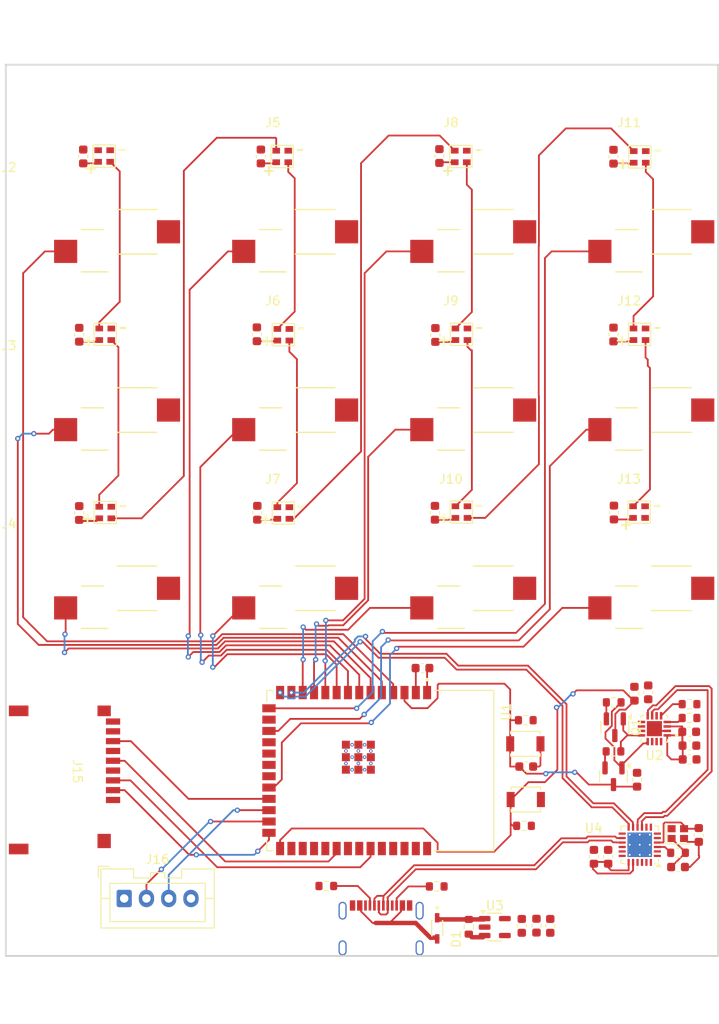
<source format=kicad_pcb>
(kicad_pcb (version 20240108) (generator "pcbnew") (generator_version "8.0")
  (layers (0 "F.Cu" signal) (31 "B.Cu" signal) (34 "B.Paste" user) (35 "F.Paste" user) (36 "B.SilkS" user "B.Silkscreen") (37 "F.SilkS" user "F.Silkscreen") (38 "B.Mask" user) (39 "F.Mask" user) (44 "Edge.Cuts" user))
  (net 0 "")
  (net 1 "Io0")
  (net 2 "GND")
  (net 3 "EN")
  (net 4 "+3.3V")
  (net 5 "+5V")
  (net 6 "Net-(Q1-B)")
  (net 7 "/DTR")
  (net 8 "/RTS")
  (net 9 "Net-(Q2-B)")
  (net 10 "TXD")
  (net 11 "Net-(U2-RXD)")
  (net 12 "RXD")
  (net 13 "Net-(U2-TXD)")
  (net 14 "Net-(J1-CC1)")
  (net 15 "Net-(J1-CC2)")
  (net 30 "Net-(C9-Pad1)")
  (net 31 "Net-(U4-XI)")
  (net 32 "Net-(U3-EN)")
  (net 33 "Net-(U4-XO)")
  (net 35 "/D-")
  (net 36 "/D+")
  (net 37 "Net-(D1-PadA)")
  (net 38 "/RGBLED")
  (net 39 "Net-(D2-do)")
  (net 40 "Net-(D3-do)")
  (net 41 "Net-(D4-do)")
  (net 42 "Net-(D5-do)")
  (net 43 "Net-(D6-do)")
  (net 44 "/RGBc")
  (net 45 "Net-(D8-do)")
  (net 46 "Net-(D10-di)")
  (net 47 "Net-(D10-do)")
  (net 48 "Net-(D11-do)")
  (net 49 "Net-(D12-do)")
  (net 53 "/BUTTON1")
  (net 54 "/BUTTON2")
  (net 55 "/BUTTON3")
  (net 56 "/BUTTON4")
  (net 57 "/BUTTON5")
  (net 58 "/BUTTON6")
  (net 59 "/BUTTON7")
  (net 60 "/BUTTON8")
  (net 61 "/BUTTON9")
  (net 62 "/BUTTON10")
  (net 63 "/BUTTON11")
  (net 64 "/BUTTON12")
  (net 65 "Net-(J16-Pin_2)")
  (net 67 "/MISO")
  (net 73 "/MOSI")
  (net 75 "Net-(J16-Pin_3)")
  (net 79 "/SD{slash}CS")
  (net 80 "/SCK")
  (net 88 "+3V3")
  (net 92 "/uartD+")
  (net 93 "/uartD-")
  (net 94 "/espD+")
  (net 95 "/espD-")
  (footprint "Crystal:Crystal_SMD_2016-4Pin_2.0x1.6mm" (layer "F.Cu") (at 263.225 120.525)
    (property "Reference" "Y1" (hide yes))
    (property "Value" "Crystal_GND24" (hide yes))
  )
  (footprint "footprints:Connector_Keyswitch_Socket_KAILH_CPG135001S30" (layer "F.Cu") (at 217.75 69.25)
    (property "Reference" "J6")
    (property "Value" "CPG135001S30")
  )
  (footprint "footprints:LED_SMD_XINGLIGHT_XL-2020RGBC-WS2812B" (layer "F.Cu") (at 218.925 84.55)
    (property "Reference" "D7" (hide yes))
    (property "Value" "RGB" (hide yes))
  )
  (footprint "Capacitor_SMD:C_0603_1608Metric" (layer "F.Cu") (at 255.4 123.125 90)
    (property "Reference" "C8" (hide yes))
    (property "Value" "1UF" (hide yes))
  )
  (footprint "footprints:LED_SMD_XINGLIGHT_XL-2020RGBC-WS2812B" (layer "F.Cu") (at 198.8 44.5)
    (property "Reference" "D2" (hide yes))
    (property "Value" "RGB" (hide yes))
  )
  (footprint "Capacitor_SMD:C_0603_1608Metric" (layer "F.Cu") (at 196.45 44.55 90)
    (property "Reference" "C13" (hide yes))
    (property "Value" "100n" (hide yes))
  )
  (footprint "Capacitor_SMD:C_0603_1608Metric" (layer "F.Cu") (at 235.95 84.525 90)
    (property "Reference" "C21" (hide yes))
    (property "Value" "100n" (hide yes))
  )
  (footprint "Capacitor_SMD:C_0603_1608Metric" (layer "F.Cu") (at 259.9 104.675 90)
    (property "Reference" "C6" (hide yes))
    (property "Value" "10uf" (hide yes))
  )
  (footprint "Package_DFN_QFN:QFN-24-1EP_4x4mm_P0.5mm_EP2.75x2.75mm_ThermalVias" (layer "F.Cu") (at 258.95 121.775 180)
    (property "Reference" "U4")
    (property "Value" "~")
  )
  (footprint "footprints:LED_SMD_XINGLIGHT_XL-2020RGBC-WS2812B" (layer "F.Cu") (at 238.925 64.5)
    (property "Reference" "D9" (hide yes))
    (property "Value" "RGB" (hide yes))
  )
  (footprint "footprints:Connector_Keyswitch_Socket_KAILH_CPG135001S30" (layer "F.Cu") (at 257.75 69.25)
    (property "Reference" "J12")
    (property "Value" "CPG135001S30")
  )
  (footprint "Capacitor_SMD:C_0603_1608Metric" (layer "F.Cu") (at 247.35 130.85 -90)
    (property "Reference" "C26" (hide yes))
    (property "Value" "10uf" (hide yes))
  )
  (footprint "footprints:Connector_Keyswitch_Socket_KAILH_CPG135001S30" (layer "F.Cu") (at 237.75 49.25)
    (property "Reference" "J8")
    (property "Value" "CPG135001S30")
  )
  (footprint "footprints:Connector_Keyswitch_Socket_KAILH_CPG135001S30" (layer "F.Cu") (at 197.75 49.25)
    (property "Reference" "J2")
    (property "Value" "CPG135001S30")
  )
  (footprint "Resistor_SMD:R_0603_1608Metric" (layer "F.Cu") (at 245.95 119.65)
    (property "Reference" "R12" (hide yes))
    (property "Value" "10k" (hide yes))
  )
  (footprint "Capacitor_SMD:C_0603_1608Metric" (layer "F.Cu") (at 196 84.55 90)
    (property "Reference" "C23" (hide yes))
    (property "Value" "100n" (hide yes))
  )
  (footprint "custom components:SOD2512X115N" (layer "F.Cu") (at 236.2 131.15 -90)
    (property "Reference" "D1")
    (property "Value" "B5819WS-TP")
  )
  (footprint "Capacitor_SMD:C_0603_1608Metric" (layer "F.Cu") (at 258.35 104.825 -90)
    (property "Reference" "C1" (hide yes))
    (property "Value" "1uf" (hide yes))
  )
  (footprint "Capacitor_SMD:C_0603_1608Metric" (layer "F.Cu") (at 264.55 112.2)
    (property "Reference" "C3" (hide yes))
    (property "Value" "100nf" (hide yes))
  )
  (footprint "Capacitor_SMD:C_0603_1608Metric" (layer "F.Cu") (at 258.65 114.475 90)
    (property "Reference" "C2" (hide yes))
    (property "Value" "4.7uf" (hide yes))
  )
  (footprint "Button_Switch_SMD:SW_SPST_B3U-1000P" (layer "F.Cu") (at 246.15 116.7 180)
    (property "Reference" "SW2" (hide yes))
    (property "Value" "SW_Push" (hide yes))
  )
  (footprint "Resistor_SMD:R_0603_1608Metric" (layer "F.Cu") (at 246.15 107.8)
    (property "Reference" "R11" (hide yes))
    (property "Value" "10k" (hide yes))
  )
  (footprint "Capacitor_SMD:C_0603_1608Metric" (layer "F.Cu") (at 264.5 109.1)
    (property "Reference" "C4" (hide yes))
    (property "Value" "100nf" (hide yes))
  )
  (footprint "Capacitor_SMD:C_0603_1608Metric" (layer "F.Cu") (at 248.9 130.875 -90)
    (property "Reference" "C25" (hide yes))
    (property "Value" "10uf" (hide yes))
  )
  (footprint "footprints:LED_SMD_XINGLIGHT_XL-2020RGBC-WS2812B" (layer "F.Cu") (at 218.925 64.55)
    (property "Reference" "D6" (hide yes))
    (property "Value" "RGB" (hide yes))
  )
  (footprint "Resistor_SMD:R_0603_1608Metric" (layer "F.Cu") (at 239.75 130.975 -90)
    (property "Reference" "R3" (hide yes))
    (property "Value" "100K" (hide yes))
  )
  (footprint "Capacitor_SMD:C_0603_1608Metric" (layer "F.Cu") (at 216 84.525 90)
    (property "Reference" "C22" (hide yes))
    (property "Value" "100n" (hide yes))
  )
  (footprint "Capacitor_SMD:C_0603_1608Metric" (layer "F.Cu") (at 215.95 64.5 90)
    (property "Reference" "C18" (hide yes))
    (property "Value" "100n" (hide yes))
  )
  (footprint "Capacitor_SMD:C_0603_1608Metric" (layer "F.Cu") (at 265.575 120.675 -90)
    (property "Reference" "C10" (hide yes))
    (property "Value" "15pf" (hide yes))
  )
  (footprint "Capacitor_SMD:C_0603_1608Metric" (layer "F.Cu") (at 256.05 84.5 90)
    (property "Reference" "C24" (hide yes))
    (property "Value" "100n" (hide yes))
  )
  (footprint "Capacitor_SMD:C_0603_1608Metric" (layer "F.Cu") (at 256 64.525 90)
    (property "Reference" "C20" (hide yes))
    (property "Value" "100n" (hide yes))
  )
  (footprint "Resistor_SMD:R_0603_1608Metric" (layer "F.Cu") (at 223.75 126.4)
    (property "Reference" "R7" (hide yes))
    (property "Value" "5k1" (hide yes))
  )
  (footprint "footprints:LED_SMD_XINGLIGHT_XL-2020RGBC-WS2812B" (layer "F.Cu") (at 238.925 84.45)
    (property "Reference" "D10" (hide yes))
    (property "Value" "RGB" (hide yes))
  )
  (footprint "footprints:LED_SMD_XINGLIGHT_XL-2020RGBC-WS2812B" (layer "F.Cu") (at 198.925 64.5)
    (property "Reference" "D3" (hide yes))
    (property "Value" "RGB" (hide yes))
  )
  (footprint "Connector_JST:JST_XA_B04B-XASK-1_1x04_P2.50mm_Vertical" (layer "F.Cu") (at 201.05 127.8)
    (property "Reference" "J16")
    (property "Value" "Conn_01x04_Pin")
  )
  (footprint "footprints:Connector_Keyswitch_Socket_KAILH_CPG135001S30" (layer "F.Cu") (at 257.75 49.25)
    (property "Reference" "J11")
    (property "Value" "CPG135001S30")
  )
  (footprint "footprints:LED_SMD_XINGLIGHT_XL-2020RGBC-WS2812B" (layer "F.Cu") (at 258.875 84.45)
    (property "Reference" "D13" (hide yes))
    (property "Value" "RGB" (hide yes))
  )
  (footprint "Resistor_SMD:R_0603_1608Metric" (layer "F.Cu") (at 264.54 106)
    (property "Reference" "R5" (hide yes))
    (property "Value" "0R" (hide yes))
  )
  (footprint "footprints:Connector_Keyswitch_Socket_KAILH_CPG135001S30" (layer "F.Cu") (at 217.75 49.25)
    (property "Reference" "J5")
    (property "Value" "CPG135001S30")
  )
  (footprint "Capacitor_SMD:C_0603_1608Metric" (layer "F.Cu") (at 253.8 123.125 90)
    (property "Reference" "C7" (hide yes))
    (property "Value" "1UF" (hide yes))
  )
  (footprint "footprints:Connector_Keyswitch_Socket_KAILH_CPG135001S30" (layer "F.Cu") (at 197.75 89.25)
    (property "Reference" "J4")
    (property "Value" "CPG135001S30")
  )
  (footprint "footprints:Connector_Keyswitch_Socket_KAILH_CPG135001S30" (layer "F.Cu") (at 257.75 89.25)
    (property "Reference" "J13")
    (property "Value" "CPG135001S30")
  )
  (footprint "custom components:QFN50P300X300X80-17N" (layer "F.Cu") (at 260.595 108.75 180)
    (property "Reference" "U2")
    (property "Value" "CH343P" (hide yes))
  )
  (footprint "custom components:XCVR_ESP32S3WROOM1N8R8" (layer "F.Cu") (at 229.81 113.45 -90)
    (property "Reference" "U1")
    (property "Value" "ESP32-S3-WROOM-1-N8R8")
  )
  (footprint "footprints:LED_SMD_XINGLIGHT_XL-2020RGBC-WS2812B" (layer "F.Cu") (at 198.925 84.5)
    (property "Reference" "D4" (hide yes))
    (property "Value" "RGB" (hide yes))
  )
  (footprint "Capacitor_SMD:C_0603_1608Metric" (layer "F.Cu") (at 196 64.55 90)
    (property "Reference" "C17" (hide yes))
    (property "Value" "100n" (hide yes))
  )
  (footprint "footprints:Connector_Keyswitch_Socket_KAILH_CPG135001S30" (layer "F.Cu") (at 197.75 69.25)
    (property "Reference" "J3")
    (property "Value" "CPG135001S30")
  )
  (footprint "footprints:LED_SMD_XINGLIGHT_XL-2020RGBC-WS2812B" (layer "F.Cu") (at 258.925 64.5)
    (property "Reference" "D12" (hide yes))
    (property "Value" "RGB" (hide yes))
  )
  (footprint "Capacitor_SMD:C_0603_1608Metric" (layer "F.Cu") (at 263.25 124.275)
    (property "Reference" "C9" (hide yes))
    (property "Value" "15pf" (hide yes))
  )
  (footprint "Package_TO_SOT_SMD:SOT-23" (layer "F.Cu") (at 256.15 108.5875 -90)
    (property "Reference" "Q1")
    (property "Value" "S8050")
  )
  (footprint "footprints:LED_SMD_XINGLIGHT_XL-2020RGBC-WS2812B" (layer "F.Cu") (at 258.95 44.6)
    (property "Reference" "D11" (hide yes))
    (property "Value" "RGB" (hide yes))
  )
  (footprint "Capacitor_SMD:C_0603_1608Metric" (layer "F.Cu") (at 236.45 44.5 90)
    (property "Reference" "C15" (hide yes))
    (property "Value" "100n" (hide yes))
  )
  (footprint "Resistor_SMD:R_0603_1608Metric" (layer "F.Cu") (at 236.15 126.45)
    (property "Reference" "R8" (hide yes))
    (property "Value" "5k1" (hide yes))
  )
  (footprint "Button_Switch_SMD:SW_SPST_B3U-1000P" (layer "F.Cu") (at 246.1 110.45 180)
    (property "Reference" "SW1" (hide yes))
    (property "Value" "SW_Push" (hide yes))
  )
  (footprint "Capacitor_SMD:C_0603_1608Metric" (layer "F.Cu") (at 246.2 113)
    (property "Reference" "C11" (hide yes))
    (property "Value" "1UF" (hide yes))
  )
  (footprint "footprints:Connector_MicroSD_G-SWITCH_GT-TF003-H0185-02" (layer "F.Cu") (at 188.8 113.55 -90)
    (property "Reference" "J15")
    (property "Value" "GT-TF003-H0185-02")
  )
  (footprint "Package_TO_SOT_SMD:SOT-23" (layer "F.Cu") (at 256 114.0875 -90)
    (property "Reference" "Q2" (hide yes))
    (property "Value" "S8050" (hide yes))
  )
  (footprint "footprints:Connector_USB-C_HANBO-ELECTRONIC_MC-126D-DG10" (layer "F.Cu") (at 229.9 135.94)
    (property "Reference" "J1" (hide yes))
    (property "Value" "MC-126D-DG10" (hide yes))
  )
  (footprint "Resistor_SMD:R_0603_1608Metric" (layer "F.Cu") (at 263.25 122.675)
    (property "Reference" "R10" (hide yes))
    (property "Value" "1k" (hide yes))
  )
  (footprint "Resistor_SMD:R_0603_1608Metric" (layer "F.Cu") (at 256 111.3)
    (property "Reference" "R1" (hide yes))
    (property "Value" "12k" (hide yes))
  )
  (footprint "footprints:Connector_Keyswitch_Socket_KAILH_CPG135001S30" (layer "F.Cu") (at 237.75 89.25)
    (property "Reference" "J10")
    (property "Value" "CPG135001S30")
  )
  (footprint "Resistor_SMD:R_0603_1608Metric" (layer "F.Cu") (at 256.025 105.8)
    (property "Reference" "R2" (hide yes))
    (property "Value" "12k" (hide yes))
  )
  (footprint "Capacitor_SMD:C_0603_1608Metric" (layer "F.Cu") (at 245.7 130.875 -90)
    (property "Reference" "C27" (hide yes))
    (property "Value" "1uf" (hide yes))
  )
  (footprint "Resistor_SMD:R_0603_1608Metric" (layer "F.Cu") (at 264.54 107.55 180)
    (property "Reference" "R6" (hide yes))
    (property "Value" "0R" (hide yes))
  )
  (footprint "footprints:Connector_Keyswitch_Socket_KAILH_CPG135001S30" (layer "F.Cu") (at 237.75 69.25)
    (property "Reference" "J9")
    (property "Value" "CPG135001S30")
  )
  (footprint "footprints:Connector_Keyswitch_Socket_KAILH_CPG135001S30" (layer "F.Cu") (at 217.75 89.25)
    (property "Reference" "J7")
    (property "Value" "CPG135001S30")
  )
  (footprint "Capacitor_SMD:C_0603_1608Metric" (layer "F.Cu") (at 236 64.575 90)
    (property "Reference" "C19" (hide yes))
    (property "Value" "100n" (hide yes))
  )
  (footprint "footprints:LED_SMD_XINGLIGHT_XL-2020RGBC-WS2812B" (layer "F.Cu") (at 238.85 44.55)
    (property "Reference" "D8" (hide yes))
    (property "Value" "RGB" (hide yes))
  )
  (footprint "footprints:LED_SMD_XINGLIGHT_XL-2020RGBC-WS2812B" (layer "F.Cu") (at 218.8 44.55)
    (property "Reference" "D5" (hide yes))
    (property "Value" "RGB" (hide yes))
  )
  (footprint "Capacitor_SMD:C_0603_1608Metric" (layer "F.Cu") (at 256 44.575 90)
    (property "Reference" "C16" (hide yes))
    (property "Value" "100n" (hide yes))
  )
  (footprint "Capacitor_SMD:C_0603_1608Metric" (layer "F.Cu") (at 234.55 101.95)
    (property "Reference" "C12" (hide yes))
    (property "Value" "10uf" (hide yes))
  )
  (footprint "Capacitor_SMD:C_0603_1608Metric" (layer "F.Cu") (at 264.525 110.65)
    (property "Reference" "C5" (hide yes))
    (property "Value" "100nf" (hide yes))
  )
  (footprint "Package_TO_SOT_SMD:SOT-23-5" (layer "F.Cu") (at 242.665 131.01)
    (property "Reference" "U3")
    (property "Value" "AP2112K-3.3" (hide yes))
  )
  (footprint "Capacitor_SMD:C_0603_1608Metric" (layer "F.Cu") (at 216.4 44.55 90)
    (property "Reference" "C14" (hide yes))
    (property "Value" "100n" (hide yes))
  )
  (gr_rect (start 187.75 34.25) (end 267.75 134.25) (stroke (width 0.2)) (fill none) (layer "Edge.Cuts"))
  (segment (start 249.7 106.46673) (end 249.604135 106.370865) (width 0.2) (layer "F.Cu") (net 1))
  (segment (start 245.125 119.65) (end 244.7 119.65) (width 0.2) (layer "F.Cu") (net 1))
  (segment (start 251.85 104.45) (end 257.1 104.45) (width 0.2) (layer "F.Cu") (net 1))
  (segment (start 236.25 122.55) (end 236.25 121.55) (width 0.2) (layer "F.Cu") (net 1))
  (segment (start 249.7 113.348529) (end 249.7 106.46673) (width 0.2) (layer "F.Cu") (net 1))
  (segment (start 236.25 122.55) (end 236.2 122.55) (width 0.2) (layer "F.Cu") (net 1))
  (segment (start 244.45 120.701422) (end 242.601422 122.55) (width 0.2) (layer "F.Cu") (net 1))
  (segment (start 244.45 119.4) (end 244.45 120.701422) (width 0.2) (layer "F.Cu") (net 1))
  (segment (start 251.45 104.85) (end 251.85 104.45) (width 0.2) (layer "F.Cu") (net 1))
  (segment (start 256.6875 106.6125) (end 256.209448 107.090552) (width 0.2) (layer "F.Cu") (net 1))
  (segment (start 218.56 121.25) (end 218.56 122.2) (width 0.2) (layer "F.Cu") (net 1))
  (segment (start 242.601422 122.55) (end 236.25 122.55) (width 0.2) (layer "F.Cu") (net 1))
  (segment (start 244.85 116.35) (end 246.45 114.75) (width 0.2) (layer "F.Cu") (net 1))
  (segment (start 244.45 116.35) (end 244.85 116.35) (width 0.2) (layer "F.Cu") (net 1))
  (segment (start 236.25 121.55) (end 234.65 119.95) (width 0.2) (layer "F.Cu") (net 1))
  (segment (start 246.45 114.75) (end 248.298529 114.75) (width 0.2) (layer "F.Cu") (net 1))
  (segment (start 219.86 119.95) (end 218.56 121.25) (width 0.2) (layer "F.Cu") (net 1))
  (segment (start 257.3625 106.6125) (end 256.6875 106.6125) (width 0.2) (layer "F.Cu") (net 1))
  (segment (start 258.4 105.575) (end 257.3625 106.6125) (width 0.2) (layer "F.Cu") (net 1))
  (segment (start 258.25 105.6) (end 258.35 105.6) (width 0.2) (layer "F.Cu") (net 1))
  (segment (start 256.209448 107.090552) (end 256.209448 109.465552) (width 0.2) (layer "F.Cu") (net 1))
  (segment (start 234.65 119.95) (end 219.86 119.95) (width 0.2) (layer "F.Cu") (net 1))
  (segment (start 244.7 119.65) (end 244.45 119.4) (width 0.2) (layer "F.Cu") (net 1))
  (segment (start 256.209448 109.465552) (end 256.15 109.525) (width 0.2) (layer "F.Cu") (net 1))
  (segment (start 257.1 104.45) (end 258.25 105.6) (width 0.2) (layer "F.Cu") (net 1))
  (segment (start 244.45 116.7) (end 244.45 116.35) (width 0.2) (layer "F.Cu") (net 1))
  (segment (start 248.298529 114.75) (end 249.7 113.348529) (width 0.2) (layer "F.Cu") (net 1))
  (segment (start 244.45 116.7) (end 244.45 119.4) (width 0.2) (layer "F.Cu") (net 1))
  (via (at 249.604135 106.370865) (size 0.6) (drill 0.3) (layers "F.Cu" "B.Cu") (net 1))
  (via (at 251.45 104.85) (size 0.6) (drill 0.3) (layers "F.Cu" "B.Cu") (net 1))
  (segment (start 249.604135 106.370865) (end 249.779135 106.370865) (width 0.2) (layer "B.Cu") (net 1))
  (segment (start 251.3 104.85) (end 251.45 104.85) (width 0.2) (layer "B.Cu") (net 1))
  (segment (start 249.779135 106.370865) (end 251.3 104.85) (width 0.2) (layer "B.Cu") (net 1))
  (segment (start 247.8 112.85) (end 247.8 110.45) (width 0.2) (layer "F.Cu") (net 2))
  (segment (start 265.575 121.45) (end 264.3 121.45) (width 0.2) (layer "F.Cu") (net 2))
  (segment (start 265.625 123.225) (end 265.625 123.025) (width 0.2) (layer "F.Cu") (net 2))
  (segment (start 262.04 109) (end 260.845 109) (width 0.2) (layer "F.Cu") (net 2))
  (segment (start 260.845 109) (end 260.595 108.75) (width 0.2) (layer "F.Cu") (net 2))
  (segment (start 235.07 104.7) (end 235.07 102.205) (width 0.2) (layer "F.Cu") (net 2))
  (segment (start 235.07 102.205) (end 235.325 101.95) (width 0.2) (layer "F.Cu") (net 2))
  (segment (start 264.3 121.45) (end 263.925 121.075) (width 0.2) (layer "F.Cu") (net 2))
  (segment (start 264.575 124.275) (end 265.625 123.225) (width 0.2) (layer "F.Cu") (net 2))
  (segment (start 264.025 124.275) (end 264.575 124.275) (width 0.2) (layer "F.Cu") (net 2))
  (segment (start 265.625 123.025) (end 265.575 122.975) (width 0.2) (layer "F.Cu") (net 2))
  (segment (start 246.975 113) (end 247.65 113) (width 0.2) (layer "F.Cu") (net 2))
  (segment (start 247.65 113) (end 247.8 112.85) (width 0.2) (layer "F.Cu") (net 2))
  (segment (start 264.15 120.9) (end 264.025 121.025) (width 0.2) (layer "F.Cu") (net 2))
  (segment (start 265.575 122.975) (end 265.575 121.45) (width 0.2) (layer "F.Cu") (net 2))
  (segment (start 244.4 110.45) (end 244.4 113) (width 0.2) (layer "F.Cu") (net 3))
  (segment (start 244.4 104.35) (end 243.75 103.7) (width 0.2) (layer "F.Cu") (net 3))
  (segment (start 244.4 107.75) (end 244.4 104.35) (width 0.2) (layer "F.Cu") (net 3))
  (segment (start 233.33 106.45) (end 232.53 105.65) (width 0.2) (layer "F.Cu") (net 3))
  (segment (start 232.53 105.65) (end 232.53 104.7) (width 0.2) (layer "F.Cu") (net 3))
  (segment (start 236.25 103.85) (end 236.25 105.32) (width 0.2) (layer "F.Cu") (net 3))
  (segment (start 256.225 115.25) (end 256 115.025) (width 0.2) (layer "F.Cu") (net 3))
  (segment (start 236.25 105.32) (end 235.12 106.45) (width 0.2) (layer "F.Cu") (net 3))
  (segment (start 256 115.025) (end 253.225 115.025) (width 0.2) (layer "F.Cu") (net 3))
  (segment (start 246.225 113.8) (end 245.425 113) (width 0.2) (layer "F.Cu") (net 3))
  (segment (start 236.4 103.7) (end 236.25 103.85) (width 0.2) (layer "F.Cu") (net 3))
  (segment (start 244.4 110.45) (end 244.4 107.75) (width 0.2) (layer "F.Cu") (net 3))
  (segment (start 244.4 113) (end 245.425 113) (width 0.2) (layer "F.Cu") (net 3))
  (segment (start 244.45 107.8) (end 244.4 107.75) (width 0.2) (layer "F.Cu") (net 3))
  (segment (start 245.325 107.8) (end 244.45 107.8) (width 0.2) (layer "F.Cu") (net 3))
  (segment (start 243.75 103.7) (end 236.4 103.7) (width 0.2) (layer "F.Cu") (net 3))
  (segment (start 248.4 113.8) (end 246.225 113.8) (width 0.2) (layer "F.Cu") (net 3))
  (segment (start 251.85 113.65) (end 251.65 113.65) (width 0.2) (layer "F.Cu") (net 3))
  (segment (start 253.225 115.025) (end 251.85 113.65) (width 0.2) (layer "F.Cu") (net 3))
  (segment (start 235.12 106.45) (end 233.33 106.45) (width 0.2) (layer "F.Cu") (net 3))
  (segment (start 258.65 115.25) (end 256.225 115.25) (width 0.2) (layer "F.Cu") (net 3))
  (via (at 248.4 113.8) (size 0.6) (drill 0.3) (layers "F.Cu" "B.Cu") (net 3))
  (via (at 251.65 113.65) (size 0.6) (drill 0.3) (layers "F.Cu" "B.Cu") (net 3))
  (segment (start 248.4 113.8) (end 248.55 113.65) (width 0.2) (layer "B.Cu") (net 3))
  (segment (start 248.55 113.65) (end 251.65 113.65) (width 0.2) (layer "B.Cu") (net 3))
  (segment (start 218 45.325) (end 218.125 45.2) (width 0.2) (layer "F.Cu") (net 4))
  (segment (start 238.05 65.35) (end 238.25 65.15) (width 0.2) (layer "F.Cu") (net 4))
  (segment (start 257.7 123.75) (end 257.7 124.65) (width 0.2) (layer "F.Cu") (net 4))
  (segment (start 263.775 110.675) (end 263.75 110.65) (width 0.2) (layer "F.Cu") (net 4))
  (segment (start 258.2 124.65) (end 257.85 125) (width 0.2) (layer "F.Cu") (net 4))
  (segment (start 262.04 108.5) (end 263.725 108.5) (width 0.2) (layer "F.Cu") (net 4))
  (segment (start 218.15 85.3) (end 218.25 85.2) (width 0.2) (layer "F.Cu") (net 4))
  (segment (start 257.7 124.65) (end 255.75 124.65) (width 0.2) (layer "F.Cu") (net 4))
  (segment (start 196.45 45.325) (end 197.95 45.325) (width 0.2) (layer "F.Cu") (net 4))
  (segment (start 263.75 109.5) (end 262.04 109.5) (width 0.2) (layer "F.Cu") (net 4))
  (segment (start 233.8 101.975) (end 233.775 101.95) (width 0.2) (layer "F.Cu") (net 4))
  (segment (start 255.275 124.175) (end 255.275 123.6) (width 0.2) (layer "F.Cu") (net 4))
  (segment (start 255.175 123.7) (end 255.275 123.6) (width 0.2) (layer "F.Cu") (net 4))
  (segment (start 262.5 112.2) (end 262.04 111.74) (width 0.2) (layer "F.Cu") (net 4))
  (segment (start 263.725 108.5) (end 263.725 109.1) (width 0.2) (layer "F.Cu") (net 4))
  (segment (start 235.95 85.3) (end 238.05 85.3) (width 0.2) (layer "F.Cu") (net 4))
  (segment (start 198.075 65.325) (end 198.25 65.15) (width 0.2) (layer "F.Cu") (net 4))
  (segment (start 253.675 124.475) (end 253.675 123.7) (width 0.2) (layer "F.Cu") (net 4))
  (segment (start 258.025 85.275) (end 258.2 85.1) (width 0.2) (layer "F.Cu") (net 4))
  (segment (start 262.04 111.74) (end 262.04 109.5) (width 0.2) (layer "F.Cu") (net 4))
  (segment (start 238.175 45.2) (end 236.525 45.2) (width 0.2) (layer "F.Cu") (net 4))
  (segment (start 236.525 45.2) (end 236.45 45.275) (width 0.2) (layer "F.Cu") (net 4))
  (segment (start 255.75 124.65) (end 255.275 124.175) (width 0.2) (layer "F.Cu") (net 4))
  (segment (start 258.2 123.75) (end 258.2 124.65) (width 0.2) (layer "F.Cu") (net 4))
  (segment (start 215.95 65.275) (end 218.175 65.275) (width 0.2) (layer "F.Cu") (net 4))
  (segment (start 233.8 104.7) (end 233.8 101.975) (width 0.2) (layer "F.Cu") (net 4))
  (segment (start 256.05 85.275) (end 258.025 85.275) (width 0.2) (layer "F.Cu") (net 4))
  (segment (start 263.775 112.2) (end 263.775 110.675) (width 0.2) (layer "F.Cu") (net 4))
  (segment (start 256 45.35) (end 258.175 45.35) (width 0.2) (layer "F.Cu") (net 4))
  (segment (start 254.2 125) (end 253.675 124.475) (width 0.2) (layer "F.Cu") (net 4))
  (segment (start 197.95 45.325) (end 198.125 45.15) (width 0.2) (layer "F.Cu") (net 4))
  (segment (start 263.775 112.2) (end 262.5 112.2) (width 0.2) (layer "F.Cu") (net 4))
  (segment (start 196 65.325) (end 198.075 65.325) (width 0.2) (layer "F.Cu") (net 4))
  (segment (start 258.1 65.3) (end 258.25 65.15) (width 0.2) (layer "F.Cu") (net 4))
  (segment (start 258.175 45.35) (end 258.275 45.25) (width 0.2) (layer "F.Cu") (net 4))
  (segment (start 195.9 85.45) (end 197.95 85.45) (width 0.2) (layer "F.Cu") (net 4))
  (segment (start 236 65.35) (end 238.05 65.35) (width 0.2) (layer "F.Cu") (net 4))
  (segment (start 216 85.3) (end 218.15 85.3) (width 0.2) (layer "F.Cu") (net 4))
  (segment (start 216.4 45.325) (end 218 45.325) (width 0.2) (layer "F.Cu") (net 4))
  (segment (start 253.675 123.7) (end 255.175 123.7) (width 0.2) (layer "F.Cu") (net 4))
  (segment (start 256 65.3) (end 258.1 65.3) (width 0.2) (layer "F.Cu") (net 4))
  (segment (start 263.325 109.5) (end 263.725 109.1) (width 0.2) (layer "F.Cu") (net 4))
  (segment (start 197.95 85.45) (end 198.25 85.15) (width 0.2) (layer "F.Cu") (net 4))
  (segment (start 238.05 85.3) (end 238.25 85.1) (width 0.2) (layer "F.Cu") (net 4))
  (segment (start 263.75 110.65) (end 263.75 109.5) (width 0.2) (layer "F.Cu") (net 4))
  (segment (start 263.725 109.1) (end 263.725 110.625) (width 0.2) (layer "F.Cu") (net 4))
  (segment (start 262.04 109.5) (end 263.325 109.5) (width 0.2) (layer "F.Cu") (net 4))
  (segment (start 218.175 65.275) (end 218.25 65.2) (width 0.2) (layer "F.Cu") (net 4))
  (segment (start 263.725 110.625) (end 263.75 110.65) (width 0.2) (layer "F.Cu") (net 4))
  (segment (start 257.85 125) (end 254.2 125) (width 0.2) (layer "F.Cu") (net 4))
  (segment (start 239.75 130.15) (end 241.4375 130.15) (width 0.5) (layer "F.Cu") (net 5))
  (segment (start 241.4375 130.15) (end 241.5275 130.06) (width 0.5) (layer "F.Cu") (net 5))
  (segment (start 239.75 130.15) (end 236.385 130.15) (width 0.5) (layer "F.Cu") (net 5))
  (segment (start 236.385 130.15) (end 236.2 129.965) (width 0.5) (layer "F.Cu") (net 5))
  (segment (start 255.2 107.65) (end 255.2 105.8) (width 0.2) (layer "F.Cu") (net 6))
  (segment (start 256.825 110.225) (end 257.55 109.5) (width 0.2) (layer "F.Cu") (net 7))
  (segment (start 257.55 109.5) (end 259.15 109.5) (width 0.2) (layer "F.Cu") (net 7))
  (segment (start 257.65 109.5) (end 257.1 108.95) (width 0.2) (layer "F.Cu") (net 7))
  (segment (start 259.15 109.5) (end 257.65 109.5) (width 0.2) (layer "F.Cu") (net 7))
  (segment (start 257.1 108.95) (end 257.1 107.65) (width 0.2) (layer "F.Cu") (net 7))
  (segment (start 256.825 111.3) (end 256.825 110.225) (width 0.2) (layer "F.Cu") (net 7))
  (segment (start 255.1 109.15) (end 255.1 109.853052) (width 0.2) (layer "F.Cu") (net 8))
  (segment (start 256.1 110.853052) (end 256.1 112.3) (width 0.2) (layer "F.Cu") (net 8))
  (segment (start 256.1 112.3) (end 256.95 113.15) (width 0.2) (layer "F.Cu") (net 8))
  (segment (start 255.809448 106.840552) (end 255.809448 108.440552) (width 0.2) (layer "F.Cu") (net 8))
  (segment (start 255.809448 108.440552) (end 255.1 109.15) (width 0.2) (layer "F.Cu") (net 8))
  (segment (start 259.35 110.4) (end 256.95 112.8) (width 0.2) (layer "F.Cu") (net 8))
  (segment (start 259.64 110.4) (end 259.35 110.4) (width 0.2) (layer "F.Cu") (net 8))
  (segment (start 255.1 109.853052) (end 256.1 110.853052) (width 0.2) (layer "F.Cu") (net 8))
  (segment (start 256.85 105.8) (end 255.809448 106.840552) (width 0.2) (layer "F.Cu") (net 8))
  (segment (start 259.845 110.195) (end 259.64 110.4) (width 0.2) (layer "F.Cu") (net 8))
  (segment (start 256.95 112.8) (end 256.95 113.15) (width 0.2) (layer "F.Cu") (net 8))
  (segment (start 255.05 111.425) (end 255.175 111.3) (width 0.2) (layer "F.Cu") (net 9))
  (segment (start 255.05 113.15) (end 255.05 111.425) (width 0.2) (layer "F.Cu") (net 9))
  (segment (start 261.345 107.305) (end 262.65 106) (width 0.2) (layer "F.Cu") (net 11))
  (segment (start 262.65 106) (end 263.715 106) (width 0.2) (layer "F.Cu") (net 11))
  (segment (start 263.265 108) (end 263.715 107.55) (width 0.2) (layer "F.Cu") (net 13))
  (segment (start 262.04 108) (end 263.265 108) (width 0.2) (layer "F.Cu") (net 13))
  (segment (start 227.28 126.4) (end 224.575 126.4) (width 0.2) (layer "F.Cu") (net 14))
  (segment (start 228.65 127.77) (end 227.28 126.4) (width 0.2) (layer "F.Cu") (net 14))
  (segment (start 228.65 128.59) (end 228.65 127.77) (width 0.2) (layer "F.Cu") (net 14))
  (segment (start 232.97 126.45) (end 235.325 126.45) (width 0.2) (layer "F.Cu") (net 15))
  (segment (start 231.65 127.77) (end 232.97 126.45) (width 0.2) (layer "F.Cu") (net 15))
  (segment (start 231.65 128.59) (end 231.65 127.77) (width 0.2) (layer "F.Cu") (net 15))
  (segment (start 264.075 122.625) (end 264.075 122.675) (width 0.2) (layer "F.Cu") (net 30))
  (segment (start 262.475 124.275) (end 264.075 122.675) (width 0.2) (layer "F.Cu") (net 30))
  (segment (start 262.525 121.075) (end 264.075 122.625) (width 0.2) (layer "F.Cu") (net 30))
  (segment (start 261.625 121.425) (end 261.625 119.425) (width 0.2) (layer "F.Cu") (net 31))
  (segment (start 263.575 119.275) (end 263.925 119.625) (width 0.2) (layer "F.Cu") (net 31))
  (segment (start 261.625 119.425) (end 261.775 119.275) (width 0.2) (layer "F.Cu") (net 31))
  (segment (start 263.925 119.975) (end 265.5 119.975) (width 0.2) (layer "F.Cu") (net 31))
  (segment (start 263.925 119.625) (end 263.925 119.975) (width 0.2) (layer "F.Cu") (net 31))
  (segment (start 261.575 121.525) (end 261.575 121.475) (width 0.2) (layer "F.Cu") (net 31))
  (segment (start 261.575 121.475) (end 261.625 121.425) (width 0.2) (layer "F.Cu") (net 31))
  (segment (start 261.775 119.275) (end 263.575 119.275) (width 0.2) (layer "F.Cu") (net 31))
  (segment (start 260.925 121.525) (end 261.575 121.525) (width 0.2) (layer "F.Cu") (net 31))
  (segment (start 265.5 119.975) (end 265.575 119.9) (width 0.2) (layer "F.Cu") (net 31))
  (segment (start 240.1 132.15) (end 241.3375 132.15) (width 0.5) (layer "F.Cu") (net 32))
  (segment (start 241.3375 132.15) (end 241.5275 131.96) (width 0.5) (layer "F.Cu") (net 32))
  (segment (start 239.75 131.8) (end 240.1 132.15) (width 0.5) (layer "F.Cu") (net 32))
  (segment (start 262.425 122.675) (end 261.775 122.025) (width 0.2) (layer "F.Cu") (net 33))
  (segment (start 261.775 122.025) (end 260.925 122.025) (width 0.2) (layer "F.Cu") (net 33))
  (segment (start 229.15 127.825) (end 229.4682 127.5068) (width 0.2) (layer "F.Cu") (net 35))
  (segment (start 230.15 127.734999) (end 230.175 127.709999) (width 0.2) (layer "F.Cu") (net 35))
  (segment (start 256.200019 120.85002) (end 256.374999 121.025) (width 0.2) (layer "F.Cu") (net 35))
  (segment (start 256.374999 121.025) (end 256.975 121.025) (width 0.2) (layer "F.Cu") (net 35))
  (segment (start 250.1318 121.05) (end 252.914936 121.05) (width 0.2) (layer "F.Cu") (net 35))
  (segment (start 233.6068 124.075) (end 247.1068 124.075) (width 0.2) (layer "F.Cu") (net 35))
  (segment (start 230.175 127.5068) (end 233.6068 124.075) (width 0.2) (layer "F.Cu") (net 35))
  (segment (start 229.4682 127.5068) (end 230.175 127.5068) (width 0.2) (layer "F.Cu") (net 35))
  (segment (start 253.114916 120.85002) (end 256.200019 120.85002) (width 0.2) (layer "F.Cu") (net 35))
  (segment (start 252.914936 121.05) (end 253.114916 120.85002) (width 0.2) (layer "F.Cu") (net 35))
  (segment (start 230.175 127.709999) (end 230.175 127.5068) (width 0.2) (layer "F.Cu") (net 35))
  (segment (start 247.1068 124.075) (end 250.1318 121.05) (width 0.2) (layer "F.Cu") (net 35))
  (segment (start 229.15 128.59) (end 229.15 127.825) (width 0.2) (layer "F.Cu") (net 35))
  (segment (start 230.15 128.59) (end 230.15 127.734999) (width 0.2) (layer "F.Cu") (net 35))
  (segment (start 230.65 129.41) (end 230.65 128.59) (width 0.2) (layer "F.Cu") (net 36))
  (segment (start 256.349999 121.5) (end 256.374999 121.525) (width 0.2) (layer "F.Cu") (net 36))
  (segment (start 229.65 129.375) (end 229.875 129.6) (width 0.2) (layer "F.Cu") (net 36))
  (segment (start 255.748696 121.3) (end 255.948696 121.5) (width 0.2) (layer "F.Cu") (net 36))
  (segment (start 230.65 127.734999) (end 230.625 127.709999) (width 0.2) (layer "F.Cu") (net 36))
  (segment (start 233.7932 124.525) (end 247.2932 124.525) (width 0.2) (layer "F.Cu") (net 36))
  (segment (start 253.301304 121.3) (end 255.748696 121.3) (width 0.2) (layer "F.Cu") (net 36))
  (segment (start 250.3182 121.5) (end 253.101304 121.5) (width 0.2) (layer "F.Cu") (net 36))
  (segment (start 256.374999 121.525) (end 256.975 121.525) (width 0.2) (layer "F.Cu") (net 36))
  (segment (start 230.625 127.709999) (end 230.625 127.6932) (width 0.2) (layer "F.Cu") (net 36))
  (segment (start 230.46 129.6) (end 230.65 129.41) (width 0.2) (layer "F.Cu") (net 36))
  (segment (start 230.625 127.6932) (end 233.7932 124.525) (width 0.2) (layer "F.Cu") (net 36))
  (segment (start 230.65 128.59) (end 230.65 127.734999) (width 0.2) (layer "F.Cu") (net 36))
  (segment (start 253.101304 121.5) (end 253.301304 121.3) (width 0.2) (layer "F.Cu") (net 36))
  (segment (start 229.875 129.6) (end 230.46 129.6) (width 0.2) (layer "F.Cu") (net 36))
  (segment (start 229.65 128.59) (end 229.65 129.375) (width 0.2) (layer "F.Cu") (net 36))
  (segment (start 255.948696 121.5) (end 256.349999 121.5) (width 0.2) (layer "F.Cu") (net 36))
  (segment (start 247.2932 124.525) (end 250.3182 121.5) (width 0.2) (layer "F.Cu") (net 36))
  (segment (start 229.3 130.55) (end 230.85 130.55) (width 0.2) (layer "F.Cu") (net 37))
  (segment (start 233.782208 130.55) (end 229.3 130.55) (width 0.5) (layer "F.Cu") (net 37))
  (segment (start 230.85 130.55) (end 232.14 129.26) (width 0.2) (layer "F.Cu") (net 37))
  (segment (start 227.66 129.26) (end 228.95 130.55) (width 0.2) (layer "F.Cu") (net 37))
  (segment (start 227.5 128.59) (end 227.66 128.75) (width 0.2) (layer "F.Cu") (net 37))
  (segment (start 232.14 128.75) (end 232.3 128.59) (width 0.2) (layer "F.Cu") (net 37))
  (segment (start 227.66 128.75) (end 227.66 129.26) (width 0.2) (layer "F.Cu") (net 37))
  (segment (start 228.95 130.55) (end 229.3 130.55) (width 0.2) (layer "F.Cu") (net 37))
  (segment (start 235.432208 132.2) (end 233.782208 130.55) (width 0.5) (layer "F.Cu") (net 37))
  (segment (start 232.14 129.26) (end 232.14 128.75) (width 0.2) (layer "F.Cu") (net 37))
  (segment (start 236.2 132.2) (end 235.432208 132.2) (width 0.5) (layer "F.Cu") (net 37))
  (segment (start 236.2 132.335) (end 236.2 132.2) (width 0.5) (layer "F.Cu") (net 37))
  (segment (start 198.25 63.15) (end 198.25 63.85) (width 0.2) (layer "F.Cu") (net 39))
  (segment (start 199.475 45.15) (end 200.55 46.225) (width 0.2) (layer "F.Cu") (net 39))
  (segment (start 200.55 46.225) (end 200.55 60.85) (width 0.2) (layer "F.Cu") (net 39))
  (segment (start 200.55 60.85) (end 198.25 63.15) (width 0.2) (layer "F.Cu") (net 39))
  (segment (start 200.4 80.35) (end 198.25 82.5) (width 0.2) (layer "F.Cu") (net 40))
  (segment (start 199.6 65.15) (end 200.4 65.95) (width 0.2) (layer "F.Cu") (net 40))
  (segment (start 198.25 82.5) (end 198.25 83.85) (width 0.2) (layer "F.Cu") (net 40))
  (segment (start 200.4 65.95) (end 200.4 80.35) (width 0.2) (layer "F.Cu") (net 40))
  (segment (start 218.125 42.525) (end 218.125 43.9) (width 0.2) (layer "F.Cu") (net 41))
  (segment (start 207.75 80.4) (end 207.75 46.15) (width 0.2) (layer "F.Cu") (net 41))
  (segment (start 199.6 85.15) (end 203 85.15) (width 0.2) (layer "F.Cu") (net 41))
  (segment (start 211.45 42.45) (end 218.05 42.45) (width 0.2) (layer "F.Cu") (net 41))
  (segment (start 218.05 42.45) (end 218.125 42.525) (width 0.2) (layer "F.Cu") (net 41))
  (segment (start 207.75 46.15) (end 211.45 42.45) (width 0.2) (layer "F.Cu") (net 41))
  (segment (start 203 85.15) (end 207.75 80.4) (width 0.2) (layer "F.Cu") (net 41))
  (segment (start 220.2 47) (end 220.2 61.95) (width 0.2) (layer "F.Cu") (net 42))
  (segment (start 220.2 61.95) (end 218.25 63.9) (width 0.2) (layer "F.Cu") (net 42))
  (segment (start 219.475 45.2) (end 219.475 46.275) (width 0.2) (layer "F.Cu") (net 42))
  (segment (start 219.475 46.275) (end 220.2 47) (width 0.2) (layer "F.Cu") (net 42))
  (segment (start 220.45 81.2) (end 218.3 83.35) (width 0.2) (layer "F.Cu") (net 43))
  (segment (start 219.6 65.2) (end 219.6 66.45) (width 0.2) (layer "F.Cu") (net 43))
  (segment (start 218.3 83.35) (end 218.25 83.35) (width 0.2) (layer "F.Cu") (net 43))
  (segment (start 218.25 83.35) (end 218.25 83.9) (width 0.2) (layer "F.Cu") (net 43))
  (segment (start 220.45 67.3) (end 220.45 81.2) (width 0.2) (layer "F.Cu") (net 43))
  (segment (start 219.6 66.45) (end 220.45 67.3) (width 0.2) (layer "F.Cu") (net 43))
  (segment (start 227.65 77.65) (end 227.65 45.3) (width 0.2) (layer "F.Cu") (net 44))
  (segment (start 219.6 85.2) (end 220.1 85.2) (width 0.2) (layer "F.Cu") (net 44))
  (segment (start 227.65 45.3) (end 230.75 42.2) (width 0.2) (layer "F.Cu") (net 44))
  (segment (start 236.475 42.2) (end 238.175 43.9) (width 0.2) (layer "F.Cu") (net 44))
  (segment (start 220.1 85.2) (end 227.65 77.65) (width 0.2) (layer "F.Cu") (net 44))
  (segment (start 230.75 42.2) (end 236.475 42.2) (width 0.2) (layer "F.Cu") (net 44))
  (segment (start 240.0939 62.0061) (end 238.25 63.85) (width 0.2) (layer "F.Cu") (net 45))
  (segment (start 240.0939 48.279125) (end 240.0939 62.0061) (width 0.2) (layer "F.Cu") (net 45))
  (segment (start 239.525 45.2) (end 239.525 47.710225) (width 0.2) (layer "F.Cu") (net 45))
  (segment (start 239.525 47.710225) (end 240.0939 48.279125) (width 0.2) (layer "F.Cu") (net 45))
  (segment (start 239.6 65.9) (end 239.9939 66.2939) (width 0.2) (layer "F.Cu") (net 46))
  (segment (start 240.0939 81.9561) (end 238.25 83.8) (width 0.2) (layer "F.Cu") (net 46))
  (segment (start 239.6 65.15) (end 239.6 65.9) (width 0.2) (layer "F.Cu") (net 46))
  (segment (start 240.0939 66.2939) (end 240.0939 81.9561) (width 0.2) (layer "F.Cu") (net 46))
  (segment (start 239.9939 66.2939) (end 240.0939 66.2939) (width 0.2) (layer "F.Cu") (net 46))
  (segment (start 250.65 41.4) (end 255.725 41.4) (width 0.2) (layer "F.Cu") (net 47))
  (segment (start 255.725 41.4) (end 258.275 43.95) (width 0.2) (layer "F.Cu") (net 47))
  (segment (start 247.6 54.625) (end 247.625 54.6) (width 0.2) (layer "F.Cu") (net 47))
  (segment (start 247.625 44.425) (end 250.65 41.4) (width 0.2) (layer "F.Cu") (net 47))
  (segment (start 241.6 85.1) (end 247.625 79.075) (width 0.2) (layer "F.Cu") (net 47))
  (segment (start 239.6 85.1) (end 241.6 85.1) (width 0.2) (layer "F.Cu") (net 47))
  (segment (start 247.6 71.4) (end 247.6 54.625) (width 0.2) (layer "F.Cu") (net 47))
  (segment (start 247.625 54.6) (end 247.625 44.425) (width 0.2) (layer "F.Cu") (net 47))
  (segment (start 247.625 71.425) (end 247.6 71.4) (width 0.2) (layer "F.Cu") (net 47))
  (segment (start 247.625 79.075) (end 247.625 71.425) (width 0.2) (layer "F.Cu") (net 47))
  (segment (start 259.625 46.275) (end 260.45 47.1) (width 0.2) (layer "F.Cu") (net 48))
  (segment (start 258.25 62.45) (end 258.25 63.85) (width 0.2) (layer "F.Cu") (net 48))
  (segment (start 260.45 47.1) (end 260.45 60.25) (width 0.2) (layer "F.Cu") (net 48))
  (segment (start 260.45 60.25) (end 258.25 62.45) (width 0.2) (layer "F.Cu") (net 48))
  (segment (start 259.625 45.25) (end 259.625 46.275) (width 0.2) (layer "F.Cu") (net 48))
  (segment (start 259.6 67.1) (end 259.85 67.35) (width 0.2) (layer "F.Cu") (net 49))
  (segment (start 259.85 68.035225) (end 260.0939 68.279125) (width 0.2) (layer "F.Cu") (net 49))
  (segment (start 260.0939 81.9061) (end 258.2 83.8) (width 0.2) (layer "F.Cu") (net 49))
  (segment (start 259.6 65.15) (end 259.6 67.1) (width 0.2) (layer "F.Cu") (net 49))
  (segment (start 260.0939 68.279125) (end 260.0939 81.9061) (width 0.2) (layer "F.Cu") (net 49))
  (segment (start 259.85 67.35) (end 259.85 68.035225) (width 0.2) (layer "F.Cu") (net 49))
  (segment (start 192.15 55.2) (end 189.7 57.65) (width 0.2) (layer "F.Cu") (net 53))
  (segment (start 194.475 55.2) (end 192.15 55.2) (width 0.2) (layer "F.Cu") (net 53))
  (segment (start 189.7 57.65) (end 189.7 96.25) (width 0.2) (layer "F.Cu") (net 53))
  (segment (start 192.4 98.95) (end 211.248529 98.95) (width 0.2) (layer "F.Cu") (net 53))
  (segment (start 189.7 96.25) (end 192.4 98.95) (width 0.2) (layer "F.Cu") (net 53))
  (segment (start 211.248529 98.95) (end 212.048529 98.15) (width 0.2) (layer "F.Cu") (net 53))
  (segment (start 212.048529 98.15) (end 225.66 98.15) (width 0.2) (layer "F.Cu") (net 53))
  (segment (start 231.26 103.75) (end 231.26 104.7) (width 0.2) (layer "F.Cu") (net 53))
  (segment (start 225.66 98.15) (end 231.26 103.75) (width 0.2) (layer "F.Cu") (net 53))
  (segment (start 192.6 75.65) (end 193.05 75.2) (width 0.2) (layer "F.Cu") (net 54))
  (segment (start 190.9 75.65) (end 192.6 75.65) (width 0.2) (layer "F.Cu") (net 54))
  (segment (start 189.1 97) (end 189.1 76.2) (width 0.2) (layer "F.Cu") (net 54))
  (segment (start 225.1 98.55) (end 212.214215 98.55) (width 0.2) (layer "F.Cu") (net 54))
  (segment (start 229.99 103.44) (end 225.1 98.55) (width 0.2) (layer "F.Cu") (net 54))
  (segment (start 193.05 75.2) (end 194.475 75.2) (width 0.2) (layer "F.Cu") (net 54))
  (segment (start 191.45 99.35) (end 189.1 97) (width 0.2) (layer "F.Cu") (net 54))
  (segment (start 212.214215 98.55) (end 211.414214 99.35) (width 0.2) (layer "F.Cu") (net 54))
  (segment (start 229.99 104.7) (end 229.99 103.44) (width 0.2) (layer "F.Cu") (net 54))
  (segment (start 211.414214 99.35) (end 191.45 99.35) (width 0.2) (layer "F.Cu") (net 54))
  (via (at 190.9 75.65) (size 0.6) (drill 0.3) (layers "F.Cu" "B.Cu") (net 54))
  (via (at 189.1 76.2) (size 0.6) (drill 0.3) (layers "F.Cu" "B.Cu") (net 54))
  (segment (start 189.1 76.2) (end 189.65 75.65) (width 0.2) (layer "B.Cu") (net 54))
  (segment (start 189.65 75.65) (end 190.9 75.65) (width 0.2) (layer "B.Cu") (net 54))
  (segment (start 194.4 98.15) (end 194.475 98.075) (width 0.2) (layer "F.Cu") (net 55))
  (segment (start 211.579899 99.75) (end 194.8 99.75) (width 0.2) (layer "F.Cu") (net 55))
  (segment (start 212.379901 98.95) (end 211.579899 99.75) (width 0.2) (layer "F.Cu") (net 55))
  (segment (start 194.475 98.075) (end 194.475 95.2) (width 0.2) (layer "F.Cu") (net 55))
  (segment (start 228.72 103.07) (end 224.6 98.95) (width 0.2) (layer "F.Cu") (net 55))
  (segment (start 194.8 99.75) (end 194.35 100.2) (width 0.2) (layer "F.Cu") (net 55))
  (segment (start 228.72 104.7) (end 228.72 103.07) (width 0.2) (layer "F.Cu") (net 55))
  (segment (start 224.6 98.95) (end 212.379901 98.95) (width 0.2) (layer "F.Cu") (net 55))
  (via (at 194.4 98.15) (size 0.6) (drill 0.3) (layers "F.Cu" "B.Cu") (net 55))
  (via (at 194.35 100.2) (size 0.6) (drill 0.3) (layers "F.Cu" "B.Cu") (net 55))
  (segment (start 194.35 98.35) (end 194.35 98.2) (width 0.2) (layer "B.Cu") (net 55))
  (segment (start 194.35 98.2) (end 194.4 98.15) (width 0.2) (layer "B.Cu") (net 55))
  (segment (start 194.35 100.2) (end 194.35 98.35) (width 0.2) (layer "B.Cu") (net 55))
  (segment (start 208.25 100.7) (end 208.8 100.15) (width 0.2) (layer "F.Cu") (net 56))
  (segment (start 208.25 98.35) (end 208.4 98.2) (width 0.2) (layer "F.Cu") (net 56))
  (segment (start 212.7 55.2) (end 214.475 55.2) (width 0.2) (layer "F.Cu") (net 56))
  (segment (start 227.45 102.7) (end 227.45 104.7) (width 0.2) (layer "F.Cu") (net 56))
  (segment (start 224.15 99.4) (end 227.45 102.7) (width 0.2) (layer "F.Cu") (net 56))
  (segment (start 208.8 100.15) (end 211.745584 100.15) (width 0.2) (layer "F.Cu") (net 56))
  (segment (start 208.4 59.5) (end 212.7 55.2) (width 0.2) (layer "F.Cu") (net 56))
  (segment (start 211.745584 100.15) (end 212.495585 99.4) (width 0.2) (layer "F.Cu") (net 56))
  (segment (start 208.4 98.2) (end 208.4 59.5) (width 0.2) (layer "F.Cu") (net 56))
  (segment (start 212.495585 99.4) (end 224.15 99.4) (width 0.2) (layer "F.Cu") (net 56))
  (via (at 208.25 100.7) (size 0.6) (drill 0.3) (layers "F.Cu" "B.Cu") (net 56))
  (via (at 208.25 98.35) (size 0.6) (drill 0.3) (layers "F.Cu" "B.Cu") (net 56))
  (segment (start 208.2 98.4) (end 208.25 98.35) (width 0.2) (layer "B.Cu") (net 56))
  (segment (start 208.2 100.65) (end 208.2 98.4) (width 0.2) (layer "B.Cu") (net 56))
  (segment (start 208.25 100.7) (end 208.2 100.65) (width 0.2) (layer "B.Cu") (net 56))
  (segment (start 223.8 99.9) (end 226.18 102.28) (width 0.2) (layer "F.Cu") (net 57))
  (segment (start 209.6 79.4) (end 213.8 75.2) (width 0.2) (layer "F.Cu") (net 57))
  (segment (start 209.6 98.2) (end 209.6 79.4) (width 0.2) (layer "F.Cu") (net 57))
  (segment (start 210.55 100.55) (end 211.91127 100.55) (width 0.2) (layer "F.Cu") (net 57))
  (segment (start 213.8 75.2) (end 214.475 75.2) (width 0.2) (layer "F.Cu") (net 57))
  (segment (start 212.561271 99.9) (end 223.8 99.9) (width 0.2) (layer "F.Cu") (net 57))
  (segment (start 209.8 101.3) (end 210.55 100.55) (width 0.2) (layer "F.Cu") (net 57))
  (segment (start 209.65 98.25) (end 209.6 98.2) (width 0.2) (layer "F.Cu") (net 57))
  (segment (start 211.91127 100.55) (end 212.561271 99.9) (width 0.2) (layer "F.Cu") (net 57))
  (segment (start 226.18 102.28) (end 226.18 104.7) (width 0.2) (layer "F.Cu") (net 57))
  (via (at 209.65 98.25) (size 0.6) (drill 0.3) (layers "F.Cu" "B.Cu") (net 57))
  (via (at 209.8 101.3) (size 0.6) (drill 0.3) (layers "F.Cu" "B.Cu") (net 57))
  (segment (start 209.65 101.15) (end 209.65 98.25) (width 0.2) (layer "B.Cu") (net 57))
  (segment (start 209.8 101.3) (end 209.65 101.15) (width 0.2) (layer "B.Cu") (net 57))
  (segment (start 211.176956 101.85) (end 211 101.85) (width 0.2) (layer "F.Cu") (net 58))
  (segment (start 214.15 95.2) (end 211 98.35) (width 0.2) (layer "F.Cu") (net 58))
  (segment (start 212.626956 100.4) (end 211.176956 101.85) (width 0.2) (layer "F.Cu") (net 58))
  (segment (start 223.734314 100.4) (end 212.626956 100.4) (width 0.2) (layer "F.Cu") (net 58))
  (segment (start 224.91 104.7) (end 224.91 101.575686) (width 0.2) (layer "F.Cu") (net 58))
  (segment (start 214.475 95.2) (end 214.15 95.2) (width 0.2) (layer "F.Cu") (net 58))
  (segment (start 224.91 101.575686) (end 223.734314 100.4) (width 0.2) (layer "F.Cu") (net 58))
  (via (at 211 98.35) (size 0.6) (drill 0.3) (layers "F.Cu" "B.Cu") (net 58))
  (via (at 211 101.85) (size 0.6) (drill 0.3) (layers "F.Cu" "B.Cu") (net 58))
  (segment (start 211 101.85) (end 211 98.35) (width 0.2) (layer "B.Cu") (net 58))
  (segment (start 223.617892 101.132108) (end 223.64 101.154216) (width 0.2) (layer "F.Cu") (net 59))
  (segment (start 225.625 96.6) (end 228.05 94.175) (width 0.2) (layer "F.Cu") (net 59))
  (segment (start 223.7 96.6) (end 225.625 96.6) (width 0.2) (layer "F.Cu") (net 59))
  (segment (start 228.05 94.175) (end 228.05 57.65) (width 0.2) (layer "F.Cu") (net 59))
  (segment (start 223.64 101.154216) (end 223.64 104.7) (width 0.2) (layer "F.Cu") (net 59))
  (segment (start 230.5 55.2) (end 234.475 55.2) (width 0.2) (layer "F.Cu") (net 59))
  (segment (start 228.05 57.65) (end 230.5 55.2) (width 0.2) (layer "F.Cu") (net 59))
  (via (at 223.7 96.6) (size 0.6) (drill 0.3) (layers "F.Cu" "B.Cu") (net 59))
  (via (at 223.617892 101.132108) (size 0.6) (drill 0.3) (layers "F.Cu" "B.Cu") (net 59))
  (segment (start 223.7 96.6) (end 223.7 101.05) (width 0.2) (layer "B.Cu") (net 59))
  (segment (start 223.7 101.05) (end 223.617892 101.132108) (width 0.2) (layer "B.Cu") (net 59))
  (segment (start 231.5 75.2) (end 234.475 75.2) (width 0.2) (layer "F.Cu") (net 60))
  (segment (start 222.37 101.18) (end 222.37 104.7) (width 0.2) (layer "F.Cu") (net 60))
  (segment (start 223.998529 97.15) (end 225.640686 97.15) (width 0.2) (layer "F.Cu") (net 60))
  (segment (start 222.85 97.2) (end 223.948529 97.2) (width 0.2) (layer "F.Cu") (net 60))
  (segment (start 228.45 78.25) (end 231.5 75.2) (width 0.2) (layer "F.Cu") (net 60))
  (segment (start 228.45 94.340686) (end 228.45 78.25) (width 0.2) (layer "F.Cu") (net 60))
  (segment (start 222.65 97) (end 222.85 97.2) (width 0.2) (layer "F.Cu") (net 60))
  (segment (start 223.948529 97.2) (end 223.998529 97.15) (width 0.2) (layer "F.Cu") (net 60))
  (segment (start 225.640686 97.15) (end 228.45 94.340686) (width 0.2) (layer "F.Cu") (net 60))
  (segment (start 222.55 101) (end 222.37 101.18) (width 0.2) (layer "F.Cu") (net 60))
  (via (at 222.65 97) (size 0.6) (drill 0.3) (layers "F.Cu" "B.Cu") (net 60))
  (via (at 222.55 101) (size 0.6) (drill 0.3) (layers "F.Cu" "B.Cu") (net 60))
  (segment (start 222.55 97.1) (end 222.65 97) (width 0.2) (layer "B.Cu") (net 60))
  (segment (start 222.55 101) (end 222.55 97.1) (width 0.2) (layer "B.Cu") (net 60))
  (segment (start 221.45 97.65) (end 226.2 97.65) (width 0.2) (layer "F.Cu") (net 61))
  (segment (start 221.15 101) (end 221.1 101.05) (width 0.2) (layer "F.Cu") (net 61))
  (segment (start 221.15 97.35) (end 221.45 97.65) (width 0.2) (layer "F.Cu") (net 61))
  (segment (start 228.65 95.2) (end 234.475 95.2) (width 0.2) (layer "F.Cu") (net 61))
  (segment (start 221.1 101.05) (end 221.1 104.7) (width 0.2) (layer "F.Cu") (net 61))
  (segment (start 226.2 97.65) (end 228.65 95.2) (width 0.2) (layer "F.Cu") (net 61))
  (via (at 221.15 97.35) (size 0.6) (drill 0.3) (layers "F.Cu" "B.Cu") (net 61))
  (via (at 221.15 101) (size 0.6) (drill 0.3) (layers "F.Cu" "B.Cu") (net 61))
  (segment (start 221.15 97.35) (end 221.15 101) (width 0.2) (layer "B.Cu") (net 61))
  (segment (start 227.15 106.465) (end 217.31 106.465) (width 0.2) (layer "F.Cu") (net 62))
  (segment (start 249.05 55.2) (end 254.475 55.2) (width 0.2) (layer "F.Cu") (net 62))
  (segment (start 230.2 98) (end 245.05 98) (width 0.2) (layer "F.Cu") (net 62))
  (segment (start 248.3 55.95) (end 249.05 55.2) (width 0.2) (layer "F.Cu") (net 62))
  (segment (start 230.05 97.85) (end 230.2 98) (width 0.2) (layer "F.Cu") (net 62))
  (segment (start 248.3 94.75) (end 248.3 55.95) (width 0.2) (layer "F.Cu") (net 62))
  (segment (start 245.05 98) (end 248.3 94.75) (width 0.2) (layer "F.Cu") (net 62))
  (via (at 227.15 106.465) (size 0.6) (drill 0.3) (layers "F.Cu" "B.Cu") (net 62))
  (via (at 230.05 97.85) (size 0.6) (drill 0.3) (layers "F.Cu" "B.Cu") (net 62))
  (segment (start 228.95 98.95) (end 228.95 104.665) (width 0.2) (layer "B.Cu") (net 62))
  (segment (start 228.95 104.665) (end 227.15 106.465) (width 0.2) (layer "B.Cu") (net 62))
  (segment (start 230.05 97.85) (end 228.95 98.95) (width 0.2) (layer "B.Cu") (net 62))
  (segment (start 218.345 109.005) (end 217.31 109.005) (width 0.2) (layer "F.Cu") (net 63))
  (segment (start 230.75 98.85) (end 245.35 98.85) (width 0.2) (layer "F.Cu") (net 63))
  (segment (start 248.85 95.35) (end 248.85 79.3) (width 0.2) (layer "F.Cu") (net 63))
  (segment (start 219.7 107.65) (end 218.345 109.005) (width 0.2) (layer "F.Cu") (net 63))
  (segment (start 245.35 98.85) (end 248.85 95.35) (width 0.2) (layer "F.Cu") (net 63))
  (segment (start 228 107.15) (end 227.5 107.65) (width 0.2) (layer "F.Cu") (net 63))
  (segment (start 227.5 107.65) (end 219.7 107.65) (width 0.2) (layer "F.Cu") (net 63))
  (segment (start 248.85 79.3) (end 252.95 75.2) (width 0.2) (layer "F.Cu") (net 63))
  (segment (start 252.95 75.2) (end 254.475 75.2) (width 0.2) (layer "F.Cu") (net 63))
  (segment (start 230.7 98.8) (end 230.75 98.85) (width 0.2) (layer "F.Cu") (net 63))
  (via (at 230.7 98.8) (size 0.6) (drill 0.3) (layers "F.Cu" "B.Cu") (net 63))
  (via (at 228 107.15) (size 0.6) (drill 0.3) (layers "F.Cu" "B.Cu") (net 63))
  (segment (start 229.9 105.25) (end 228 107.15) (width 0.2) (layer "B.Cu") (net 63))
  (segment (start 230.7 98.8) (end 229.9 99.6) (width 0.2) (layer "B.Cu") (net 63))
  (segment (start 229.9 99.6) (end 229.9 105.25) (width 0.2) (layer "B.Cu") (net 63))
  (segment (start 217.84 115.355) (end 218.75 114.445) (width 0.2) (layer "F.Cu") (net 64))
  (segment (start 217.31 115.355) (end 217.84 115.355) (width 0.2) (layer "F.Cu") (net 64))
  (segment (start 220.9 108.15) (end 228.7 108.15) (width 0.2) (layer "F.Cu") (net 64))
  (segment (start 218.75 110.3) (end 220.9 108.15) (width 0.2) (layer "F.Cu") (net 64))
  (segment (start 250.25 95.2) (end 254.475 95.2) (width 0.2) (layer "F.Cu") (net 64))
  (segment (start 231.85 99.55) (end 245.9 99.55) (width 0.2) (layer "F.Cu") (net 64))
  (segment (start 228.7 108.15) (end 228.8 108.05) (width 0.2) (layer "F.Cu") (net 64))
  (segment (start 245.9 99.55) (end 250.25 95.2) (width 0.2) (layer "F.Cu") (net 64))
  (segment (start 218.75 114.445) (end 218.75 110.3) (width 0.2) (layer "F.Cu") (net 64))
  (segment (start 231.65 99.75) (end 231.85 99.55) (width 0.2) (layer "F.Cu") (net 64))
  (via (at 228.8 108.05) (size 0.6) (drill 0.3) (layers "F.Cu" "B.Cu") (net 64))
  (via (at 231.65 99.75) (size 0.6) (drill 0.3) (layers "F.Cu" "B.Cu") (net 64))
  (segment (start 231.65 99.75) (end 230.9 100.5) (width 0.2) (layer "B.Cu") (net 64))
  (segment (start 230.9 105.95) (end 228.8 108.05) (width 0.2) (layer "B.Cu") (net 64))
  (segment (start 230.9 100.5) (end 230.9 105.95) (width 0.2) (layer "B.Cu") (net 64))
  (segment (start 210.75 119.165) (end 217.31 119.165) (width 0.2) (layer "F.Cu") (net 65))
  (segment (start 203.55 126.2) (end 203.55 127.8) (width 0.2) (layer "F.Cu") (net 65))
  (segment (start 205.225 124.525) (end 203.55 126.2) (width 0.2) (layer "F.Cu") (net 65))
  (via (at 210.75 119.165) (size 0.6) (drill 0.3) (layers "F.Cu" "B.Cu") (net 65))
  (via (at 205.225 124.525) (size 0.6) (drill 0.3) (layers "F.Cu" "B.Cu") (net 65))
  (segment (start 210.75 119.165) (end 210.635 119.165) (width 0.2) (layer "B.Cu") (net 65))
  (segment (start 205.275 124.525) (end 205.225 124.525) (width 0.2) (layer "B.Cu") (net 65))
  (segment (start 210.635 119.165) (end 205.275 124.525) (width 0.2) (layer "B.Cu") (net 65))
  (segment (start 201.8 110.15) (end 208.275 116.625) (width 0.2) (layer "F.Cu") (net 67))
  (segment (start 208.275 116.625) (end 217.31 116.625) (width 0.2) (layer "F.Cu") (net 67))
  (segment (start 199.8 110.15) (end 201.8 110.15) (width 0.2) (layer "F.Cu") (net 67))
  (segment (start 211.5 124.3) (end 227.55 124.3) (width 0.2) (layer "F.Cu") (net 73))
  (segment (start 201.75 114.55) (end 211.5 124.3) (width 0.2) (layer "F.Cu") (net 73))
  (segment (start 199.8 114.55) (end 201.75 114.55) (width 0.2) (layer "F.Cu") (net 73))
  (segment (start 228.72 123.13) (end 228.72 122.2) (width 0.2) (layer "F.Cu") (net 73))
  (segment (start 227.55 124.3) (end 228.72 123.13) (width 0.2) (layer "F.Cu") (net 73))
  (segment (start 213.755 117.895) (end 217.31 117.895) (width 0.2) (layer "F.Cu") (net 75))
  (via (at 213.755 117.895) (size 0.6) (drill 0.3) (layers "F.Cu" "B.Cu") (net 75))
  (segment (start 206.05 125.151471) (end 206.05 127.8) (width 0.2) (layer "B.Cu") (net 75))
  (segment (start 213.306471 117.895) (end 206.05 125.151471) (width 0.2) (layer "B.Cu") (net 75))
  (segment (start 213.755 117.895) (end 213.306471 117.895) (width 0.2) (layer "B.Cu") (net 75))
  (segment (start 216.05 122.5) (end 217.31 121.24) (width 0.2) (layer "F.Cu") (net 79))
  (segment (start 217.31 121.24) (end 217.31 120.435) (width 0.2) (layer "F.Cu") (net 79))
  (segment (start 208.35 122.9) (end 201.1 115.65) (width 0.2) (layer "F.Cu") (net 79))
  (segment (start 209.15 122.9) (end 208.35 122.9) (width 0.2) (layer "F.Cu") (net 79))
  (segment (start 201.1 115.65) (end 199.8 115.65) (width 0.2) (layer "F.Cu") (net 79))
  (via (at 216.05 122.5) (size 0.6) (drill 0.3) (layers "F.Cu" "B.Cu") (net 79))
  (via (at 209.15 122.9) (size 0.6) (drill 0.3) (layers "F.Cu" "B.Cu") (net 79))
  (segment (start 209.15 122.9) (end 215.65 122.9) (width 0.2) (layer "B.Cu") (net 79))
  (segment (start 215.65 122.9) (end 216.05 122.5) (width 0.2) (layer "B.Cu") (net 79))
  (segment (start 199.8 112.35) (end 201.1 112.35) (width 0.2) (layer "F.Cu") (net 80))
  (segment (start 223.99 123.65) (end 224.91 122.73) (width 0.2) (layer "F.Cu") (net 80))
  (segment (start 201.1 112.35) (end 212.4 123.65) (width 0.2) (layer "F.Cu") (net 80))
  (segment (start 224.91 122.73) (end 224.91 122.2) (width 0.2) (layer "F.Cu") (net 80))
  (segment (start 212.4 123.65) (end 223.99 123.65) (width 0.2) (layer "F.Cu") (net 80))
  (segment (start 258.725 119.174999) (end 258.725 118.9568) (width 0.2) (layer "F.Cu") (net 92))
  (segment (start 260.320001 107.280001) (end 260.320001 106.865267) (width 0.2) (layer "F.Cu") (net 92))
  (segment (start 266.575 113.3568) (end 261.8568 118.075) (width 0.2) (layer "F.Cu") (net 92))
  (segment (start 258.7 119.8) (end 258.7 119.199999) (width 0.2) (layer "F.Cu") (net 92))
  (segment (start 258.725 118.9568) (end 259.4568 118.225) (width 0.2) (layer "F.Cu") (net 92))
  (segment (start 260.345 107.305) (end 260.320001 107.280001) (width 0.2) (layer "F.Cu") (net 92))
  (segment (start 260.320001 106.865267) (end 260.600268 106.585) (width 0.2) (layer "F.Cu") (net 92))
  (segment (start 260.9832 106.585) (end 263.1432 104.425) (width 0.2) (layer "F.Cu") (net 92))
  (segment (start 261.560645 118.075) (end 261.8568 118.075) (width 0.2) (layer "F.Cu") (net 92))
  (segment (start 266.5568 104.425) (end 266.575 104.4432) (width 0.2) (layer "F.Cu") (net 92))
  (segment (start 259.4568 118.225) (end 261.410645 118.225) (width 0.2) (layer "F.Cu") (net 92))
  (segment (start 266.575 104.4432) (end 266.575 113.3568) (width 0.2) (layer "F.Cu") (net 92))
  (segment (start 261.410645 118.225) (end 261.560645 118.075) (width 0.2) (layer "F.Cu") (net 92))
  (segment (start 260.600268 106.585) (end 260.9832 106.585) (width 0.2) (layer "F.Cu") (net 92))
  (segment (start 258.7 119.199999) (end 258.725 119.174999) (width 0.2) (layer "F.Cu") (net 92))
  (segment (start 263.1432 104.425) (end 266.5568 104.425) (width 0.2) (layer "F.Cu") (net 92))
  (segment (start 260.41388 106.13502) (end 260.79678 106.13502) (width 0.2) (layer "F.Cu") (net 93))
  (segment (start 259.2 119.199999) (end 259.175 119.174999) (width 0.2) (layer "F.Cu") (net 93))
  (segment (start 259.869999 107.280001) (end 259.869999 106.678901) (width 0.2) (layer "F.Cu") (net 93))
  (segment (start 261.747045 118.525) (end 262.0432 118.525) (width 0.2) (layer "F.Cu") (net 93))
  (segment (start 259.175 119.1432) (end 259.6432 118.675) (width 0.2) (layer "F.Cu") (net 93))
  (segment (start 259.869999 106.678901) (end 260.41388 106.13502) (width 0.2) (layer "F.Cu") (net 93))
  (segment (start 267.025 104.2568) (end 267.025 113.5432) (width 0.2) (layer "F.Cu") (net 93))
  (segment (start 259.6432 118.675) (end 261.597045 118.675) (width 0.2) (layer "F.Cu") (net 93))
  (segment (start 262.9568 103.975) (end 266.7432 103.975) (width 0.2) (layer "F.Cu") (net 93))
  (segment (start 260.79678 106.13502) (end 262.9568 103.975) (width 0.2) (layer "F.Cu") (net 93))
  (segment (start 259.845 107.305) (end 259.869999 107.280001) (width 0.2) (layer "F.Cu") (net 93))
  (segment (start 259.2 119.8) (end 259.2 119.199999) (width 0.2) (layer "F.Cu") (net 93))
  (segment (start 267.025 113.5432) (end 262.0432 118.525) (width 0.2) (layer "F.Cu") (net 93))
  (segment (start 266.7432 103.975) (end 267.025 104.2568) (width 0.2) (layer "F.Cu") (net 93))
  (segment (start 259.175 119.174999) (end 259.175 119.1432) (width 0.2) (layer "F.Cu") (net 93))
  (segment (start 261.597045 118.675) (end 261.747045 118.525) (width 0.2) (layer "F.Cu") (net 93))
  (segment (start 246.2068 102.125) (end 238.381801 102.125) (width 0.2) (layer "F.Cu") (net 94))
  (segment (start 257.725 119.5) (end 257.725 119.436522) (width 0.2) (layer "F.Cu") (net 94))
  (segment (start 229.625432 100.793631) (end 227.832322 99.000521) (width 0.2) (layer "F.Cu") (net 94))
  (segment (start 250.275 106.1932) (end 246.2068 102.125) (width 0.2) (layer "F.Cu") (net 94))
  (segment (start 253.5568 117.575) (end 250.275 114.2932) (width 0.2) (layer "F.Cu") (net 94))
  (segment (start 237.050433 100.793632) (end 229.625432 100.793631) (width 0.2) (layer "F.Cu") (net 94))
  (segment (start 250.275 114.2932) (end 250.275 106.1932) (width 0.2) (layer "F.Cu") (net 94))
  (segment (start 257.7 119.8) (end 257.7 119.525) (width 0.2) (layer "F.Cu") (net 94))
  (segment (start 255.863478 117.575) (end 253.5568 117.575) (width 0.2) (layer "F.Cu") (net 94))
  (segment (start 238.381801 102.125) (end 237.050433 100.793632) (width 0.2) (layer "F.Cu") (net 94))
  (segment (start 257.725 119.436522) (end 255.863478 117.575) (width 0.2) (layer "F.Cu") (net 94))
  (segment (start 227.832322 99.000521) (end 227.549479 99.000521) (width 0.2) (layer "F.Cu") (net 94))
  (segment (start 257.7 119.525) (end 257.725 119.5) (width 0.2) (layer "F.Cu") (net 94))
  (via (at 227.549479 99.000521) (size 0.6) (drill 0.3) (layers "F.Cu" "B.Cu") (net 94))
  (via (at 218.56 104.7) (size 0.6) (drill 0.3) (layers "F.Cu" "B.Cu") (net 94))
  (segment (start 227.549479 99.000521) (end 221.4 105.15) (width 0.2) (layer "B.Cu") (net 94))
  (segment (start 219.360789 105.15) (end 219.01 105.15) (width 0.2) (layer "B.Cu") (net 94))
  (segment (start 220.099231 105.34998) (end 219.560769 105.34998) (width 0.2) (layer "B.Cu") (net 94))
  (segment (start 219.560769 105.34998) (end 219.360789 105.15) (width 0.2) (layer "B.Cu") (net 94))
  (segment (start 219.01 105.15) (end 218.56 104.7) (width 0.2) (layer "B.Cu") (net 94))
  (segment (start 220.299211 105.15) (end 220.099231 105.34998) (width 0.2) (layer "B.Cu") (net 94))
  (segment (start 221.4 105.15) (end 220.299211 105.15) (width 0.2) (layer "B.Cu") (net 94))
  (segment (start 258.175 119.250122) (end 256.049878 117.125) (width 0.2) (layer "F.Cu") (net 95))
  (segment (start 231.904897 100.343632) (end 231.898529 100.35) (width 0.2) (layer "F.Cu") (net 95))
  (segment (start 258.175 119.5) (end 258.175 119.250122) (width 0.2) (layer "F.Cu") (net 95))
  (segment (start 250.725 106.0068) (end 246.3932 101.675) (width 0.2) (layer "F.Cu") (net 95))
  (segment (start 256.049878 117.125) (end 253.7432 117.125) (width 0.2) (layer "F.Cu") (net 95))
  (segment (start 250.725 114.1068) (end 250.725 106.0068) (width 0.2) (layer "F.Cu") (net 95))
  (segment (start 231.401471 100.35) (end 231.395103 100.343632) (width 0.2) (layer "F.Cu") (net 95))
  (segment (start 258.2 119.525) (end 258.175 119.5) (width 0.2) (layer "F.Cu") (net 95))
  (segment (start 246.3932 101.675) (end 238.568199 101.675) (width 0.2) (layer "F.Cu") (net 95))
  (segment (start 237.236831 100.343632) (end 231.904897 100.343632) (width 0.2) (layer "F.Cu") (net 95))
  (segment (start 229.811831 100.343632) (end 228.150521 98.682322) (width 0.2) (layer "F.Cu") (net 95))
  (segment (start 231.898529 100.35) (end 231.401471 100.35) (width 0.2) (layer "F.Cu") (net 95))
  (segment (start 238.568199 101.675) (end 237.236831 100.343632) (width 0.2) (layer "F.Cu") (net 95))
  (segment (start 231.395103 100.343632) (end 229.811831 100.343632) (width 0.2) (layer "F.Cu") (net 95))
  (segment (start 258.2 119.8) (end 258.2 119.525) (width 0.2) (layer "F.Cu") (net 95))
  (segment (start 228.150521 98.682322) (end 228.150521 98.399479) (width 0.2) (layer "F.Cu") (net 95))
  (segment (start 253.7432 117.125) (end 250.725 114.1068) (width 0.2) (layer "F.Cu") (net 95))
  (via (at 228.150521 98.399479) (size 0.6) (drill 0.3) (layers "F.Cu" "B.Cu") (net 95))
  (via (at 219.83 104.7) (size 0.6) (drill 0.3) (layers "F.Cu" "B.Cu") (net 95))
  (segment (start 221.213602 104.7) (end 219.83 104.7) (width 0.2) (layer "B.Cu") (net 95))
  (segment (start 227.514123 98.399479) (end 227.513081 98.400521) (width 0.2) (layer "B.Cu") (net 95))
  (segment (start 227.30095 98.400521) (end 226.949479 98.751992) (width 0.2) (layer "B.Cu") (net 95))
  (segment (start 226.949479 98.964123) (end 221.213602 104.7) (width 0.2) (layer "B.Cu") (net 95))
  (segment (start 227.513081 98.400521) (end 227.30095 98.400521) (width 0.2) (layer "B.Cu") (net 95))
  (segment (start 228.150521 98.399479) (end 227.514123 98.399479) (width 0.2) (layer "B.Cu") (net 95))
  (segment (start 226.949479 98.751992) (end 226.949479 98.964123) (width 0.2) (layer "B.Cu") (net 95))
)
</source>
